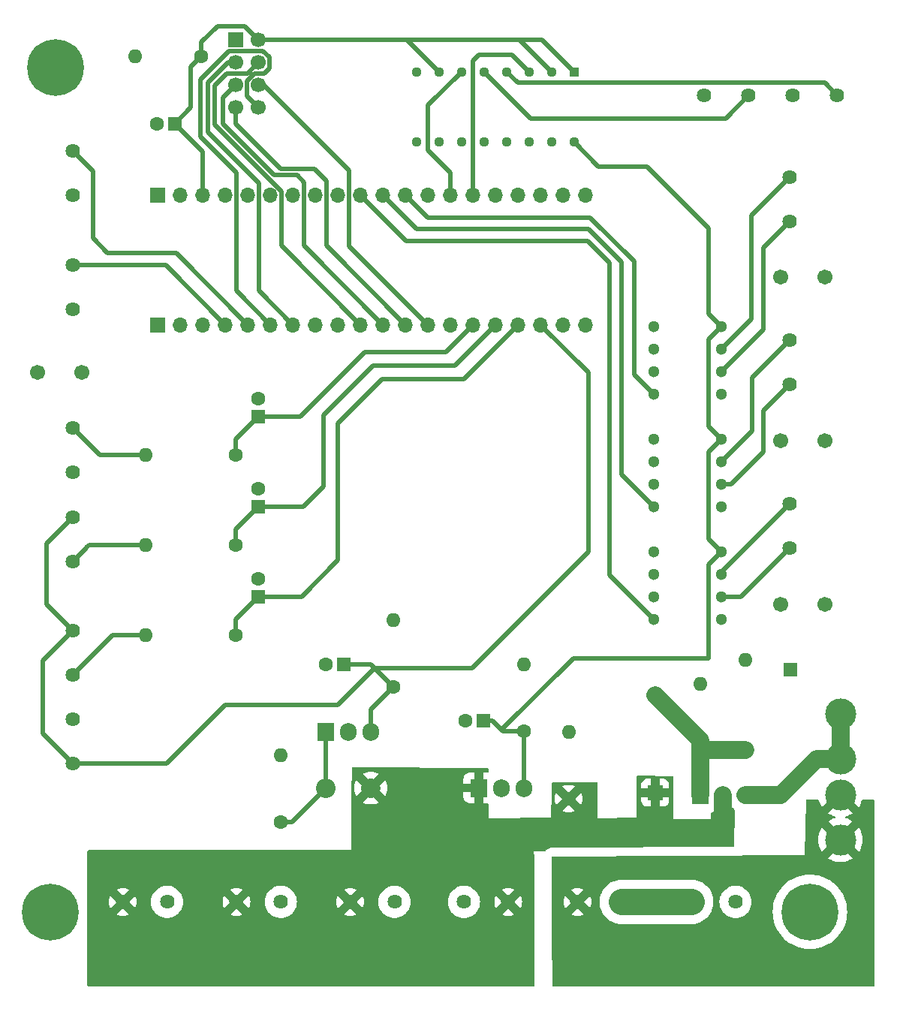
<source format=gbr>
%TF.GenerationSoftware,KiCad,Pcbnew,7.0.9*%
%TF.CreationDate,2024-01-05T18:10:49+02:00*%
%TF.ProjectId,kikad_project,6b696b61-645f-4707-926f-6a6563742e6b,rev?*%
%TF.SameCoordinates,Original*%
%TF.FileFunction,Copper,L1,Top*%
%TF.FilePolarity,Positive*%
%FSLAX46Y46*%
G04 Gerber Fmt 4.6, Leading zero omitted, Abs format (unit mm)*
G04 Created by KiCad (PCBNEW 7.0.9) date 2024-01-05 18:10:49*
%MOMM*%
%LPD*%
G01*
G04 APERTURE LIST*
%TA.AperFunction,ComponentPad*%
%ADD10C,1.300000*%
%TD*%
%TA.AperFunction,ComponentPad*%
%ADD11C,1.625600*%
%TD*%
%TA.AperFunction,ComponentPad*%
%ADD12R,1.651000X1.651000*%
%TD*%
%TA.AperFunction,ComponentPad*%
%ADD13C,1.651000*%
%TD*%
%TA.AperFunction,ComponentPad*%
%ADD14R,1.905000X2.000000*%
%TD*%
%TA.AperFunction,ComponentPad*%
%ADD15O,1.905000X2.000000*%
%TD*%
%TA.AperFunction,ComponentPad*%
%ADD16C,1.600000*%
%TD*%
%TA.AperFunction,ComponentPad*%
%ADD17O,1.600000X1.600000*%
%TD*%
%TA.AperFunction,ComponentPad*%
%ADD18C,1.701800*%
%TD*%
%TA.AperFunction,ComponentPad*%
%ADD19C,1.650000*%
%TD*%
%TA.AperFunction,ComponentPad*%
%ADD20R,1.650000X1.650000*%
%TD*%
%TA.AperFunction,ComponentPad*%
%ADD21O,1.700000X1.700000*%
%TD*%
%TA.AperFunction,ComponentPad*%
%ADD22R,1.700000X1.700000*%
%TD*%
%TA.AperFunction,ComponentPad*%
%ADD23R,1.600000X1.600000*%
%TD*%
%TA.AperFunction,ComponentPad*%
%ADD24C,6.400000*%
%TD*%
%TA.AperFunction,ComponentPad*%
%ADD25C,2.200000*%
%TD*%
%TA.AperFunction,ComponentPad*%
%ADD26O,2.200000X2.200000*%
%TD*%
%TA.AperFunction,ComponentPad*%
%ADD27C,3.500000*%
%TD*%
%TA.AperFunction,ComponentPad*%
%ADD28R,1.130000X1.130000*%
%TD*%
%TA.AperFunction,ComponentPad*%
%ADD29C,1.130000*%
%TD*%
%TA.AperFunction,ComponentPad*%
%ADD30C,1.700000*%
%TD*%
%TA.AperFunction,Conductor*%
%ADD31C,0.500000*%
%TD*%
%TA.AperFunction,Conductor*%
%ADD32C,2.000000*%
%TD*%
%TA.AperFunction,Conductor*%
%ADD33C,0.250000*%
%TD*%
%TA.AperFunction,Conductor*%
%ADD34C,3.000000*%
%TD*%
G04 APERTURE END LIST*
D10*
%TO.P,IC1,1,VF1+*%
%TO.N,DISK_PWM*%
X75090000Y-35600000D03*
%TO.P,IC1,2,VF1-*%
%TO.N,GND*%
X75090000Y-38140000D03*
%TO.P,IC1,3,VF2-*%
X75090000Y-40680000D03*
%TO.P,IC1,4,VF2+*%
%TO.N,DISK_DIR*%
X75090000Y-43220000D03*
%TO.P,IC1,5,GND*%
%TO.N,GND*%
X82710000Y-43220000D03*
%TO.P,IC1,6,V02*%
%TO.N,Net-(IC1-V02)*%
X82710000Y-40680000D03*
%TO.P,IC1,7,V01*%
%TO.N,Net-(IC1-V01)*%
X82710000Y-38140000D03*
%TO.P,IC1,8,Vcc*%
%TO.N,+5V*%
X82710000Y-35600000D03*
%TD*%
D11*
%TO.P,J9,1,1*%
%TO.N,+24V*%
X28034900Y-100480001D03*
%TO.P,J9,2,2*%
%TO.N,GND*%
X33034900Y-100480001D03*
%TD*%
%TO.P,J7,1,1*%
%TO.N,Net-(IC2-V02)*%
X90420001Y-42135101D03*
%TO.P,J7,2,2*%
%TO.N,Net-(IC2-V01)*%
X90420001Y-37135101D03*
%TD*%
D10*
%TO.P,IC3,1,VF1+*%
%TO.N,WHEEL_RIGHT_PWM*%
X75090000Y-61000000D03*
%TO.P,IC3,2,VF1-*%
%TO.N,GND*%
X75090000Y-63540000D03*
%TO.P,IC3,3,VF2-*%
X75090000Y-66080000D03*
%TO.P,IC3,4,VF2+*%
%TO.N,WHEEL_RIGHT_DIR*%
X75090000Y-68620000D03*
%TO.P,IC3,5,GND*%
%TO.N,GND*%
X82710000Y-68620000D03*
%TO.P,IC3,6,V02*%
%TO.N,Net-(IC3-V02)*%
X82710000Y-66080000D03*
%TO.P,IC3,7,V01*%
%TO.N,Net-(IC3-V01)*%
X82710000Y-63540000D03*
%TO.P,IC3,8,Vcc*%
%TO.N,+5V*%
X82710000Y-61000000D03*
%TD*%
D12*
%TO.P,D1,1*%
%TO.N,+24V*%
X75260000Y-88160600D03*
D13*
%TO.P,D1,2*%
%TO.N,Net-(Q2-G)*%
X75260000Y-77162400D03*
%TD*%
D11*
%TO.P,J16,1,1*%
%TO.N,Net-(IC3-V02)*%
X90420001Y-60575101D03*
%TO.P,J16,2,2*%
%TO.N,Net-(IC3-V01)*%
X90420001Y-55575101D03*
%TD*%
%TO.P,J11,1,1*%
%TO.N,Net-(J11-Pad1)*%
X9600000Y-47060000D03*
%TO.P,J11,2,2*%
%TO.N,GND*%
X9600000Y-52060000D03*
%TO.P,J11,3,3*%
%TO.N,VCC*%
X9600000Y-57060000D03*
%TO.P,J11,4,4*%
%TO.N,Net-(J11-Pad4)*%
X9600000Y-62060001D03*
%TD*%
D14*
%TO.P,U4,1,IN*%
%TO.N,+24V*%
X55340000Y-87630000D03*
D15*
%TO.P,U4,2,GND*%
%TO.N,GND*%
X57880000Y-87630000D03*
%TO.P,U4,3,OUT*%
%TO.N,+5V*%
X60420000Y-87630000D03*
%TD*%
D16*
%TO.P,C6,1*%
%TO.N,+5V*%
X60420000Y-81220000D03*
D17*
%TO.P,C6,2*%
%TO.N,GND*%
X60420000Y-73720000D03*
%TD*%
D18*
%TO.P,J17,1,1*%
%TO.N,GND*%
X89420000Y-66890000D03*
%TO.P,J17,2,2*%
X94420000Y-66890000D03*
%TD*%
D19*
%TO.P,D3,A*%
%TO.N,Net-(Q2-S)*%
X90500000Y-87320000D03*
D20*
%TO.P,D3,C*%
%TO.N,GND*%
X90500000Y-74320000D03*
%TD*%
D16*
%TO.P,C9,1*%
%TO.N,+3.3V*%
X24070000Y-5080000D03*
D17*
%TO.P,C9,2*%
%TO.N,GND*%
X16570000Y-5080000D03*
%TD*%
D21*
%TO.P,U2,1,VBAT*%
%TO.N,unconnected-(U2-VBAT-Pad1)*%
X67430000Y-20810000D03*
%TO.P,U2,2,PC13*%
%TO.N,unconnected-(U2-PC13-Pad2)*%
X64890000Y-20810000D03*
%TO.P,U2,3,PC14*%
%TO.N,unconnected-(U2-PC14-Pad3)*%
X62350000Y-20810000D03*
%TO.P,U2,3v,3V3*%
%TO.N,+3.3V*%
X67430000Y-35385000D03*
X24250000Y-20810000D03*
%TO.P,U2,4,PC15*%
%TO.N,unconnected-(U2-PC15-Pad4)*%
X59810000Y-20810000D03*
%TO.P,U2,5v,5V*%
%TO.N,VCC*%
X62350000Y-35385000D03*
%TO.P,U2,7,NRST*%
%TO.N,unconnected-(U2-NRST-Pad7)*%
X26790000Y-20810000D03*
%TO.P,U2,10,PA0*%
%TO.N,unconnected-(U2-PA0-Pad10)*%
X57270000Y-20810000D03*
%TO.P,U2,11,PA1*%
%TO.N,HAND_PWM*%
X54730000Y-20810000D03*
%TO.P,U2,12,PA2*%
%TO.N,HAND_DIR*%
X52190000Y-20810000D03*
%TO.P,U2,13,PA3*%
%TO.N,unconnected-(U2-PA3-Pad13)*%
X49650000Y-20810000D03*
%TO.P,U2,14,PA4*%
%TO.N,DISK_DIR*%
X47110000Y-20810000D03*
%TO.P,U2,15,PA5*%
%TO.N,WHEEL_LEFT_DIR*%
X44570000Y-20810000D03*
%TO.P,U2,16,PA6*%
%TO.N,WHEEL_RIGHT_DIR*%
X42030000Y-20810000D03*
%TO.P,U2,17,PA7*%
%TO.N,DISK_PWM*%
X39490000Y-20810000D03*
%TO.P,U2,18,PB0*%
%TO.N,WHEEL_LEFT_PWM*%
X36950000Y-20810000D03*
%TO.P,U2,19,PB1*%
%TO.N,WHEEL_RIGHT_PWM*%
X34410000Y-20810000D03*
%TO.P,U2,21,PB10*%
%TO.N,unconnected-(U2-PB10-Pad21)*%
X31870000Y-20810000D03*
%TO.P,U2,22,PB11*%
%TO.N,unconnected-(U2-PB11-Pad22)*%
X29330000Y-20810000D03*
D22*
%TO.P,U2,25,PB12*%
%TO.N,unconnected-(U2-PB12-Pad25)*%
X19170000Y-35385000D03*
D21*
%TO.P,U2,26,PB13*%
%TO.N,unconnected-(U2-PB13-Pad26)*%
X21710000Y-35385000D03*
%TO.P,U2,27,PB14*%
%TO.N,unconnected-(U2-PB14-Pad27)*%
X24250000Y-35385000D03*
%TO.P,U2,28,PB15*%
%TO.N,HAND_END_RIGHT*%
X26790000Y-35385000D03*
%TO.P,U2,29,PA8*%
%TO.N,HAND_END_LEFT*%
X29330000Y-35385000D03*
%TO.P,U2,30,PA9*%
%TO.N,PA9*%
X31870000Y-35385000D03*
%TO.P,U2,31,PA10*%
%TO.N,PA10*%
X34410000Y-35385000D03*
%TO.P,U2,32,PA11*%
%TO.N,unconnected-(U2-PA11-Pad32)*%
X36950000Y-35385000D03*
%TO.P,U2,33,PA12*%
%TO.N,unconnected-(U2-PA12-Pad33)*%
X39490000Y-35385000D03*
%TO.P,U2,38,PA15*%
%TO.N,PA15*%
X42030000Y-35385000D03*
%TO.P,U2,39,PB3*%
%TO.N,PB3*%
X44570000Y-35385000D03*
%TO.P,U2,40,PB4*%
%TO.N,PB4*%
X47110000Y-35385000D03*
%TO.P,U2,41,PB5*%
%TO.N,PB5*%
X49650000Y-35385000D03*
%TO.P,U2,42,PB6*%
%TO.N,unconnected-(U2-PB6-Pad42)*%
X52190000Y-35385000D03*
%TO.P,U2,43,PB7*%
%TO.N,OPT_END_WHEEL_RIGHT*%
X54730000Y-35385000D03*
%TO.P,U2,45,PB8*%
%TO.N,OPT_END_WHEEL_LEFT*%
X57270000Y-35385000D03*
%TO.P,U2,46,PB9*%
%TO.N,OPT_END_DISK*%
X59810000Y-35385000D03*
%TO.P,U2,G,GND*%
%TO.N,GND*%
X64890000Y-35385000D03*
D22*
X19170000Y-20810000D03*
D21*
X21710000Y-20810000D03*
%TD*%
D23*
%TO.P,C12,1*%
%TO.N,OPT_END_WHEEL_LEFT*%
X30480000Y-55880000D03*
D16*
%TO.P,C12,2*%
%TO.N,GND*%
X30480000Y-53880000D03*
%TD*%
%TO.P,C4,1*%
%TO.N,+24V*%
X65500000Y-88840000D03*
D17*
%TO.P,C4,2*%
%TO.N,GND*%
X65500000Y-81340000D03*
%TD*%
D11*
%TO.P,J10,1,1*%
%TO.N,VCC*%
X9600000Y-69870000D03*
%TO.P,J10,2,2*%
%TO.N,Net-(J10-Pad2)*%
X9600000Y-74870000D03*
%TO.P,J10,3,3*%
%TO.N,GND*%
X9600000Y-79870000D03*
%TO.P,J10,4,4*%
%TO.N,VCC*%
X9600000Y-84870001D03*
%TD*%
%TO.P,J6,1,1*%
%TO.N,+24V*%
X15214900Y-100480001D03*
%TO.P,J6,2,2*%
%TO.N,GND*%
X20214900Y-100480001D03*
%TD*%
%TO.P,J2,1,1*%
%TO.N,Net-(U12-E)*%
X95790000Y-9510000D03*
%TO.P,J2,2,2*%
%TO.N,GND*%
X90790000Y-9510000D03*
%TO.P,J2,3,3*%
%TO.N,Net-(U12-F)*%
X85790000Y-9510000D03*
%TO.P,J2,4,4*%
%TO.N,GND*%
X80789999Y-9510000D03*
%TD*%
%TO.P,J14,1,1*%
%TO.N,HAND_END_RIGHT*%
X9600000Y-28640000D03*
%TO.P,J14,2,2*%
%TO.N,GND*%
X9600000Y-33640000D03*
%TD*%
D24*
%TO.P,H2,1,1*%
%TO.N,GND*%
X7620000Y-6350000D03*
%TD*%
D16*
%TO.P,C2,1*%
%TO.N,VCC*%
X45720000Y-76200000D03*
D17*
%TO.P,C2,2*%
%TO.N,GND*%
X45720000Y-68700000D03*
%TD*%
D25*
%TO.P,L1,1,1*%
%TO.N,+24V*%
X43180000Y-87630000D03*
D26*
%TO.P,L1,2,2*%
%TO.N,Net-(U3-IN)*%
X38100000Y-87630000D03*
%TD*%
D14*
%TO.P,U3,1,IN*%
%TO.N,Net-(U3-IN)*%
X38100000Y-81280000D03*
D15*
%TO.P,U3,2,GND*%
%TO.N,GND*%
X40640000Y-81280000D03*
%TO.P,U3,3,OUT*%
%TO.N,VCC*%
X43180000Y-81280000D03*
%TD*%
D16*
%TO.P,R3,1*%
%TO.N,OPT_END_WHEEL_RIGHT*%
X27940000Y-50070000D03*
D17*
%TO.P,R3,2*%
%TO.N,Net-(J11-Pad1)*%
X17780000Y-50070000D03*
%TD*%
D11*
%TO.P,J1,1,1*%
%TO.N,Net-(J1-Pad1)*%
X79324900Y-100480001D03*
%TO.P,J1,2,2*%
%TO.N,GND*%
X84324900Y-100480001D03*
%TD*%
D16*
%TO.P,C3,1*%
%TO.N,Net-(U3-IN)*%
X33020000Y-91440000D03*
D17*
%TO.P,C3,2*%
%TO.N,GND*%
X33020000Y-83940000D03*
%TD*%
D18*
%TO.P,J8,1,1*%
%TO.N,GND*%
X89420000Y-48450000D03*
%TO.P,J8,2,2*%
X94420000Y-48450000D03*
%TD*%
D11*
%TO.P,J3,1,1*%
%TO.N,GND*%
X53684900Y-100480001D03*
%TO.P,J3,2,2*%
%TO.N,+24V*%
X58684900Y-100480001D03*
%TD*%
D23*
%TO.P,C1,1*%
%TO.N,VCC*%
X40100000Y-73660000D03*
D16*
%TO.P,C1,2*%
%TO.N,GND*%
X38100000Y-73660000D03*
%TD*%
D24*
%TO.P,H1,1,1*%
%TO.N,GND*%
X7000000Y-101600000D03*
%TD*%
D11*
%TO.P,J15,1,1*%
%TO.N,/BAT_SW*%
X66494900Y-100480001D03*
%TO.P,J15,2,2*%
%TO.N,Net-(J1-Pad1)*%
X71494900Y-100480001D03*
%TD*%
D23*
%TO.P,C11,1*%
%TO.N,OPT_END_WHEEL_RIGHT*%
X30480000Y-45720000D03*
D16*
%TO.P,C11,2*%
%TO.N,GND*%
X30480000Y-43720000D03*
%TD*%
%TO.P,R1,1*%
%TO.N,Net-(Q2-G)*%
X85420000Y-83360000D03*
D17*
%TO.P,R1,2*%
%TO.N,GND*%
X85420000Y-73200000D03*
%TD*%
D14*
%TO.P,Q2,1,G*%
%TO.N,Net-(Q2-G)*%
X80340000Y-88440000D03*
D15*
%TO.P,Q2,2,D*%
%TO.N,+24V*%
X82880000Y-88440000D03*
%TO.P,Q2,3,S*%
%TO.N,Net-(Q2-S)*%
X85420000Y-88440000D03*
%TD*%
D11*
%TO.P,J4,1,1*%
%TO.N,Net-(IC1-V02)*%
X90420001Y-23705101D03*
%TO.P,J4,2,2*%
%TO.N,Net-(IC1-V01)*%
X90420001Y-18705101D03*
%TD*%
D23*
%TO.P,C5,1*%
%TO.N,+5V*%
X55880000Y-80010000D03*
D16*
%TO.P,C5,2*%
%TO.N,GND*%
X53880000Y-80010000D03*
%TD*%
D23*
%TO.P,C8,1*%
%TO.N,+3.3V*%
X21050000Y-12700000D03*
D16*
%TO.P,C8,2*%
%TO.N,GND*%
X19050000Y-12700000D03*
%TD*%
D24*
%TO.P,H3,1,1*%
%TO.N,GND*%
X92710000Y-101600000D03*
%TD*%
D16*
%TO.P,C7,1*%
%TO.N,Net-(Q2-G)*%
X80340000Y-83360000D03*
D17*
%TO.P,C7,2*%
%TO.N,GND*%
X80340000Y-75860000D03*
%TD*%
D18*
%TO.P,J12,1,1*%
%TO.N,GND*%
X10600001Y-40749999D03*
%TO.P,J12,2,2*%
X5600001Y-40749999D03*
%TD*%
D27*
%TO.P,X1,1A*%
%TO.N,/BAT_SW*%
X96150000Y-93470000D03*
%TO.P,X1,1B*%
X96150000Y-88390000D03*
%TO.P,X1,2A*%
%TO.N,Net-(Q2-S)*%
X96150000Y-84330000D03*
%TO.P,X1,2B*%
X96150000Y-79250000D03*
%TD*%
D28*
%TO.P,U12,1,VCC*%
%TO.N,+3.3V*%
X66100000Y-6860000D03*
D29*
%TO.P,U12,2,EN_A*%
X63560000Y-6860000D03*
%TO.P,U12,3,A*%
%TO.N,HAND_PWM*%
X61020000Y-6860000D03*
%TO.P,U12,4,E*%
%TO.N,Net-(U12-E)*%
X58480000Y-6860000D03*
%TO.P,U12,5,F*%
%TO.N,Net-(U12-F)*%
X55940000Y-6860000D03*
%TO.P,U12,6,B*%
%TO.N,HAND_DIR*%
X53400000Y-6860000D03*
%TO.P,U12,7,EN_B*%
%TO.N,+3.3V*%
X50860000Y-6860000D03*
%TO.P,U12,8,VSS*%
%TO.N,GND*%
X48320000Y-6860000D03*
%TO.P,U12,9,EN_C*%
%TO.N,unconnected-(U12-EN_C-Pad9)*%
X48320000Y-14800000D03*
%TO.P,U12,10,C*%
%TO.N,unconnected-(U12-C-Pad10)*%
X50860000Y-14800000D03*
%TO.P,U12,11,G*%
%TO.N,unconnected-(U12-G-Pad11)*%
X53400000Y-14800000D03*
%TO.P,U12,12*%
%TO.N,N/C*%
X55940000Y-14800000D03*
%TO.P,U12,13,H*%
%TO.N,unconnected-(U12-H-Pad13)*%
X58480000Y-14800000D03*
%TO.P,U12,14,D*%
%TO.N,unconnected-(U12-D-Pad14)*%
X61020000Y-14800000D03*
%TO.P,U12,15,EN_D*%
%TO.N,unconnected-(U12-EN_D-Pad15)*%
X63560000Y-14800000D03*
%TO.P,U12,16,VDD*%
%TO.N,+5V*%
X66100000Y-14800000D03*
%TD*%
D18*
%TO.P,J5,1,1*%
%TO.N,GND*%
X89420000Y-30010000D03*
%TO.P,J5,2,2*%
X94420000Y-30010000D03*
%TD*%
D11*
%TO.P,J13,1,1*%
%TO.N,HAND_END_LEFT*%
X9600000Y-15820000D03*
%TO.P,J13,2,2*%
%TO.N,GND*%
X9600000Y-20820000D03*
%TD*%
D10*
%TO.P,IC2,1,VF1+*%
%TO.N,WHEEL_LEFT_PWM*%
X75090000Y-48300000D03*
%TO.P,IC2,2,VF1-*%
%TO.N,GND*%
X75090000Y-50840000D03*
%TO.P,IC2,3,VF2-*%
X75090000Y-53380000D03*
%TO.P,IC2,4,VF2+*%
%TO.N,WHEEL_LEFT_DIR*%
X75090000Y-55920000D03*
%TO.P,IC2,5,GND*%
%TO.N,GND*%
X82710000Y-55920000D03*
%TO.P,IC2,6,V02*%
%TO.N,Net-(IC2-V02)*%
X82710000Y-53380000D03*
%TO.P,IC2,7,V01*%
%TO.N,Net-(IC2-V01)*%
X82710000Y-50840000D03*
%TO.P,IC2,8,Vcc*%
%TO.N,+5V*%
X82710000Y-48300000D03*
%TD*%
D11*
%TO.P,J18,1,1*%
%TO.N,+24V*%
X40854900Y-100480001D03*
%TO.P,J18,2,2*%
%TO.N,GND*%
X45854900Y-100480001D03*
%TD*%
D16*
%TO.P,R2,1*%
%TO.N,OPT_END_DISK*%
X27940000Y-70390000D03*
D17*
%TO.P,R2,2*%
%TO.N,Net-(J10-Pad2)*%
X17780000Y-70390000D03*
%TD*%
D23*
%TO.P,C10,1*%
%TO.N,OPT_END_DISK*%
X30480000Y-66040000D03*
D16*
%TO.P,C10,2*%
%TO.N,GND*%
X30480000Y-64040000D03*
%TD*%
D22*
%TO.P,U1,1,GND*%
%TO.N,GND*%
X27940000Y-3265000D03*
D30*
%TO.P,U1,2,VCC*%
%TO.N,+3.3V*%
X30480000Y-3265000D03*
%TO.P,U1,3,CE*%
%TO.N,PA10*%
X27940000Y-5805000D03*
%TO.P,U1,4,~{CSN}*%
%TO.N,PA15*%
X30480000Y-5805000D03*
%TO.P,U1,5,SCK*%
%TO.N,PB3*%
X27940000Y-8345000D03*
%TO.P,U1,6,MOSI*%
%TO.N,PB5*%
X30480000Y-8345000D03*
%TO.P,U1,7,MISO*%
%TO.N,PB4*%
X27940000Y-10885000D03*
%TO.P,U1,8,IRQ*%
%TO.N,PA9*%
X30480000Y-10885000D03*
%TD*%
D16*
%TO.P,R4,1*%
%TO.N,OPT_END_WHEEL_LEFT*%
X27940000Y-60230000D03*
D17*
%TO.P,R4,2*%
%TO.N,Net-(J11-Pad4)*%
X17780000Y-60230000D03*
%TD*%
D31*
%TO.N,DISK_DIR*%
X75090000Y-43220000D02*
X72860000Y-40990000D01*
X72860000Y-40990000D02*
X72860000Y-28220000D01*
X72860000Y-28220000D02*
X67940000Y-23300000D01*
X67940000Y-23300000D02*
X49600000Y-23300000D01*
X49600000Y-23300000D02*
X47110000Y-20810000D01*
%TO.N,WHEEL_LEFT_DIR*%
X75090000Y-55920000D02*
X71450000Y-52280000D01*
X71450000Y-28340000D02*
X67700000Y-24590000D01*
X71450000Y-52280000D02*
X71450000Y-28340000D01*
X67700000Y-24590000D02*
X48350000Y-24590000D01*
X48350000Y-24590000D02*
X44570000Y-20810000D01*
%TO.N,WHEEL_RIGHT_DIR*%
X75090000Y-68620000D02*
X70090000Y-63620000D01*
X70090000Y-63620000D02*
X70090000Y-28400000D01*
X70090000Y-28400000D02*
X67660000Y-25970000D01*
X67660000Y-25970000D02*
X47190000Y-25970000D01*
X47190000Y-25970000D02*
X42030000Y-20810000D01*
%TO.N,VCC*%
X67710000Y-51330000D02*
X67710000Y-60990000D01*
X43615000Y-74095000D02*
X54605000Y-74095000D01*
X20149999Y-84870001D02*
X26740000Y-78280000D01*
X43180000Y-73660000D02*
X40100000Y-73660000D01*
X6630000Y-66900000D02*
X9600000Y-69870000D01*
X9600000Y-84870001D02*
X20149999Y-84870001D01*
X9600000Y-69870000D02*
X6180000Y-73290000D01*
X67710000Y-60990000D02*
X67700000Y-61000000D01*
X54605000Y-74095000D02*
X67700000Y-61000000D01*
X6180000Y-81450001D02*
X9600000Y-84870001D01*
X6180000Y-73290000D02*
X6180000Y-81450001D01*
X43180000Y-78740000D02*
X45720000Y-76200000D01*
X67710000Y-51330000D02*
X67710000Y-40745000D01*
X39430000Y-78280000D02*
X43615000Y-74095000D01*
X43615000Y-74095000D02*
X43180000Y-73660000D01*
X26740000Y-78280000D02*
X39430000Y-78280000D01*
X67710000Y-40745000D02*
X62350000Y-35385000D01*
X43180000Y-81280000D02*
X43180000Y-78740000D01*
X45720000Y-76200000D02*
X43615000Y-74095000D01*
X6630000Y-60030000D02*
X6630000Y-66900000D01*
X9600000Y-57060000D02*
X6630000Y-60030000D01*
%TO.N,Net-(U3-IN)*%
X34290000Y-91440000D02*
X33020000Y-91440000D01*
X38100000Y-87630000D02*
X34290000Y-91440000D01*
X38100000Y-87630000D02*
X38100000Y-81280000D01*
D32*
%TO.N,+24V*%
X82880000Y-88440000D02*
X82880000Y-90470000D01*
D31*
%TO.N,+5V*%
X81280000Y-46290000D02*
X81280000Y-37030000D01*
X74330000Y-17550000D02*
X81280000Y-24500000D01*
X81280000Y-49730000D02*
X82710000Y-48300000D01*
X68850000Y-17550000D02*
X74330000Y-17550000D01*
X66100000Y-14800000D02*
X68850000Y-17550000D01*
X81280000Y-59570000D02*
X81280000Y-59290000D01*
X58120000Y-81220000D02*
X60420000Y-81220000D01*
X81280000Y-46870000D02*
X81280000Y-46290000D01*
X81280000Y-37030000D02*
X82710000Y-35600000D01*
X82710000Y-35600000D02*
X81280000Y-34170000D01*
X57950000Y-81050000D02*
X58120000Y-81220000D01*
X66000000Y-73000000D02*
X81280000Y-73000000D01*
X56910000Y-80010000D02*
X57950000Y-81050000D01*
X81280000Y-73000000D02*
X81280000Y-62430000D01*
X81280000Y-62430000D02*
X82710000Y-61000000D01*
X81280000Y-24500000D02*
X81280000Y-33400000D01*
X81280000Y-34170000D02*
X81280000Y-33400000D01*
X82710000Y-61000000D02*
X81280000Y-59570000D01*
X55880000Y-80010000D02*
X56910000Y-80010000D01*
X82710000Y-48300000D02*
X81280000Y-46870000D01*
X81280000Y-59290000D02*
X81280000Y-49730000D01*
X60420000Y-87630000D02*
X60420000Y-81220000D01*
X57950000Y-81050000D02*
X66000000Y-73000000D01*
D32*
%TO.N,Net-(Q2-G)*%
X80340000Y-82242400D02*
X80340000Y-83360000D01*
X85420000Y-83360000D02*
X80340000Y-83360000D01*
X75260000Y-77162400D02*
X80340000Y-82242400D01*
X80340000Y-88440000D02*
X80340000Y-83360000D01*
%TO.N,Net-(Q2-S)*%
X89380000Y-88440000D02*
X85420000Y-88440000D01*
X90500000Y-87320000D02*
X89380000Y-88440000D01*
X93490000Y-84330000D02*
X90500000Y-87320000D01*
X96150000Y-84330000D02*
X93490000Y-84330000D01*
X96150000Y-84330000D02*
X96150000Y-79250000D01*
D31*
%TO.N,PA10*%
X27115000Y-5805000D02*
X24850000Y-8070000D01*
X24850000Y-8070000D02*
X24850000Y-13680000D01*
X30580000Y-31555000D02*
X34410000Y-35385000D01*
X30580000Y-19410000D02*
X30580000Y-31555000D01*
X24850000Y-13680000D02*
X30580000Y-19410000D01*
D33*
X27940000Y-5805000D02*
X27115000Y-5805000D01*
D31*
%TO.N,PA15*%
X25590000Y-8400000D02*
X25590000Y-12790000D01*
X30480000Y-5805000D02*
X29255000Y-7030000D01*
X33130000Y-20330000D02*
X33130000Y-26485000D01*
X26960000Y-7030000D02*
X25590000Y-8400000D01*
X29255000Y-7030000D02*
X26960000Y-7030000D01*
X25590000Y-12790000D02*
X33130000Y-20330000D01*
X33130000Y-26485000D02*
X42030000Y-35385000D01*
%TO.N,PB3*%
X27940000Y-8345000D02*
X26500000Y-9785000D01*
X35670000Y-19310000D02*
X35670000Y-26485000D01*
X26500000Y-12720000D02*
X32300000Y-18520000D01*
X32300000Y-18520000D02*
X34880000Y-18520000D01*
X26500000Y-9785000D02*
X26500000Y-12720000D01*
X35670000Y-26485000D02*
X44570000Y-35385000D01*
X34880000Y-18520000D02*
X35670000Y-19310000D01*
%TO.N,PB5*%
X40760000Y-26495000D02*
X49650000Y-35385000D01*
X40760000Y-18010000D02*
X40760000Y-26495000D01*
D33*
X30480000Y-8345000D02*
X31095000Y-8345000D01*
D31*
X31095000Y-8345000D02*
X40760000Y-18010000D01*
%TO.N,PB4*%
X33020000Y-17780000D02*
X36830000Y-17780000D01*
X38210000Y-26485000D02*
X47110000Y-35385000D01*
X27940000Y-10885000D02*
X27940000Y-12700000D01*
X27940000Y-12700000D02*
X33020000Y-17780000D01*
X36830000Y-17780000D02*
X38210000Y-19160000D01*
X38210000Y-19160000D02*
X38210000Y-26485000D01*
%TO.N,PA9*%
X31720000Y-6500000D02*
X31720000Y-5240000D01*
X31720000Y-5240000D02*
X30990000Y-4510000D01*
X30480000Y-10885000D02*
X29210000Y-9615000D01*
X23960000Y-7700000D02*
X23960000Y-14200000D01*
X23960000Y-14200000D02*
X28030000Y-18270000D01*
X30990000Y-4510000D02*
X27150000Y-4510000D01*
X27150000Y-4510000D02*
X23960000Y-7700000D01*
X28030000Y-18270000D02*
X28030000Y-31545000D01*
X30030000Y-7070000D02*
X31150000Y-7070000D01*
X31150000Y-7070000D02*
X31720000Y-6500000D01*
X28030000Y-31545000D02*
X31870000Y-35385000D01*
X29210000Y-9615000D02*
X29210000Y-7890000D01*
X29210000Y-7890000D02*
X30030000Y-7070000D01*
%TO.N,Net-(J10-Pad2)*%
X17780000Y-70390000D02*
X14080000Y-70390000D01*
X14080000Y-70390000D02*
X9600000Y-74870000D01*
%TO.N,Net-(J11-Pad1)*%
X9600000Y-47060000D02*
X12610000Y-50070000D01*
X12610000Y-50070000D02*
X17780000Y-50070000D01*
%TO.N,Net-(J11-Pad4)*%
X9600000Y-62060001D02*
X11130000Y-60530001D01*
X11130000Y-60530001D02*
X11130000Y-60520000D01*
X11420000Y-60230000D02*
X17780000Y-60230000D01*
X11130000Y-60520000D02*
X11420000Y-60230000D01*
%TO.N,HAND_END_LEFT*%
X9600000Y-15820000D02*
X11820000Y-18040000D01*
X21215000Y-27270000D02*
X29330000Y-35385000D01*
X11820000Y-18040000D02*
X11820000Y-25600000D01*
X11820000Y-25600000D02*
X13490000Y-27270000D01*
X13490000Y-27270000D02*
X21215000Y-27270000D01*
%TO.N,HAND_END_RIGHT*%
X20045000Y-28640000D02*
X26790000Y-35385000D01*
X9600000Y-28640000D02*
X20045000Y-28640000D01*
%TO.N,OPT_END_WHEEL_LEFT*%
X52625000Y-40030000D02*
X57270000Y-35385000D01*
X35580000Y-55880000D02*
X37850000Y-53610000D01*
X27940000Y-60230000D02*
X27940000Y-58420000D01*
X43440000Y-40030000D02*
X52625000Y-40030000D01*
X37850000Y-45620000D02*
X43440000Y-40030000D01*
X27940000Y-58420000D02*
X30480000Y-55880000D01*
X30480000Y-55880000D02*
X35580000Y-55880000D01*
X37850000Y-53610000D02*
X37850000Y-45620000D01*
%TO.N,OPT_END_WHEEL_RIGHT*%
X27940000Y-48260000D02*
X30480000Y-45720000D01*
X51645000Y-38470000D02*
X54730000Y-35385000D01*
X35230000Y-45720000D02*
X42480000Y-38470000D01*
X30480000Y-45720000D02*
X35230000Y-45720000D01*
X27940000Y-50070000D02*
X27940000Y-48260000D01*
X42480000Y-38470000D02*
X51645000Y-38470000D01*
%TO.N,OPT_END_DISK*%
X35370000Y-66040000D02*
X39470000Y-61940000D01*
X27940000Y-70390000D02*
X27940000Y-68580000D01*
X39470000Y-61940000D02*
X39470000Y-46510000D01*
X27940000Y-68580000D02*
X30480000Y-66040000D01*
X30480000Y-66040000D02*
X35370000Y-66040000D01*
X39470000Y-46510000D02*
X44450000Y-41530000D01*
X44450000Y-41530000D02*
X53665000Y-41530000D01*
X53665000Y-41530000D02*
X59810000Y-35385000D01*
%TO.N,Net-(IC1-V01)*%
X86080000Y-23045102D02*
X86080000Y-34770000D01*
X86080000Y-34770000D02*
X82710000Y-38140000D01*
X90420001Y-18705101D02*
X86080000Y-23045102D01*
%TO.N,Net-(IC1-V02)*%
X87460000Y-35930000D02*
X82710000Y-40680000D01*
X90420001Y-23705101D02*
X87460000Y-26665102D01*
X87460000Y-26665102D02*
X87460000Y-35930000D01*
%TO.N,Net-(IC2-V01)*%
X86160000Y-47390000D02*
X82710000Y-50840000D01*
X86160000Y-41395102D02*
X86160000Y-47390000D01*
X90420001Y-37135101D02*
X86160000Y-41395102D01*
%TO.N,Net-(IC2-V02)*%
X83780000Y-53380000D02*
X82710000Y-53380000D01*
X87460000Y-45095102D02*
X87460000Y-49700000D01*
X90420001Y-42135101D02*
X87460000Y-45095102D01*
X87460000Y-49700000D02*
X83780000Y-53380000D01*
D33*
%TO.N,Net-(IC3-V01)*%
X90430001Y-55819999D02*
X90430001Y-54948301D01*
D31*
X82710000Y-63285102D02*
X82710000Y-63540000D01*
X90420001Y-55575101D02*
X82710000Y-63285102D01*
%TO.N,Net-(IC3-V02)*%
X90420001Y-60575101D02*
X84915102Y-66080000D01*
X84915102Y-66080000D02*
X82710000Y-66080000D01*
%TO.N,Net-(U12-E)*%
X95790000Y-9510000D02*
X94400000Y-8120000D01*
X58480000Y-6860000D02*
X59740000Y-8120000D01*
X59740000Y-8120000D02*
X94400000Y-8120000D01*
%TO.N,Net-(U12-F)*%
X55940000Y-6860000D02*
X61190000Y-12110000D01*
X61190000Y-12110000D02*
X83190000Y-12110000D01*
X85790000Y-9510000D02*
X83190000Y-12110000D01*
%TO.N,+3.3V*%
X21050000Y-12700000D02*
X22850000Y-10900000D01*
X63560000Y-6860000D02*
X59965000Y-3265000D01*
X28935000Y-1720000D02*
X30480000Y-3265000D01*
X47265000Y-3265000D02*
X30480000Y-3265000D01*
D33*
X24070000Y-5080000D02*
X24520000Y-4630000D01*
D31*
X24250000Y-20810000D02*
X24250000Y-15900000D01*
X66100000Y-6860000D02*
X62505000Y-3265000D01*
X62505000Y-3265000D02*
X59870000Y-3265000D01*
X24250000Y-15900000D02*
X21050000Y-12700000D01*
X50860000Y-6860000D02*
X47265000Y-3265000D01*
X24070000Y-5080000D02*
X24070000Y-3520000D01*
X24070000Y-3520000D02*
X25870000Y-1720000D01*
X59870000Y-3265000D02*
X47265000Y-3265000D01*
X22850000Y-10900000D02*
X22850000Y-6300000D01*
X59965000Y-3265000D02*
X59870000Y-3265000D01*
X25870000Y-1720000D02*
X28935000Y-1720000D01*
X22850000Y-6300000D02*
X24070000Y-5080000D01*
%TO.N,HAND_PWM*%
X55400000Y-4940000D02*
X54730000Y-5610000D01*
X54730000Y-5610000D02*
X54730000Y-20810000D01*
X59100000Y-4940000D02*
X55400000Y-4940000D01*
X61020000Y-6860000D02*
X59100000Y-4940000D01*
%TO.N,HAND_DIR*%
X49610000Y-10650000D02*
X53400000Y-6860000D01*
X49610000Y-15690000D02*
X49610000Y-10650000D01*
X52190000Y-18270000D02*
X49610000Y-15690000D01*
X52190000Y-20810000D02*
X52190000Y-18270000D01*
D34*
%TO.N,Net-(J1-Pad1)*%
X79324900Y-100480001D02*
X71494900Y-100480001D01*
%TD*%
%TA.AperFunction,Conductor*%
%TO.N,+24V*%
G36*
X56346206Y-85399358D02*
G01*
X56413142Y-85419389D01*
X56458623Y-85472430D01*
X56469562Y-85523794D01*
X56468740Y-85756438D01*
X56448819Y-85823408D01*
X56395854Y-85868976D01*
X56344741Y-85880000D01*
X55840000Y-85880000D01*
X55840000Y-87399473D01*
X55793558Y-87309844D01*
X55690362Y-87199348D01*
X55561181Y-87120791D01*
X55415596Y-87080000D01*
X55302378Y-87080000D01*
X55190217Y-87095416D01*
X55051542Y-87155651D01*
X54934261Y-87251066D01*
X54847072Y-87374585D01*
X54796441Y-87517047D01*
X54786123Y-87667886D01*
X54816884Y-87815915D01*
X54886442Y-87950156D01*
X54989638Y-88060652D01*
X55118819Y-88139209D01*
X55264404Y-88180000D01*
X55377622Y-88180000D01*
X55489783Y-88164584D01*
X55628458Y-88104349D01*
X55745739Y-88008934D01*
X55832928Y-87885415D01*
X55840000Y-87865516D01*
X55840000Y-89379999D01*
X56331498Y-89379999D01*
X56398537Y-89399684D01*
X56444292Y-89452488D01*
X56455496Y-89504435D01*
X56450000Y-91060000D01*
X63540000Y-91000000D01*
X63543833Y-90233424D01*
X64813680Y-90233424D01*
X65019547Y-90318697D01*
X65256780Y-90375651D01*
X65256779Y-90375651D01*
X65500000Y-90394792D01*
X65743219Y-90375651D01*
X65980457Y-90318695D01*
X66186318Y-90233424D01*
X65500001Y-89547107D01*
X65500000Y-89547107D01*
X64813680Y-90233424D01*
X63543833Y-90233424D01*
X63550800Y-88840000D01*
X63945207Y-88840000D01*
X63964348Y-89083219D01*
X64021303Y-89320455D01*
X64106574Y-89526318D01*
X64792893Y-88840000D01*
X65095014Y-88840000D01*
X65114835Y-88965148D01*
X65172359Y-89078045D01*
X65261955Y-89167641D01*
X65374852Y-89225165D01*
X65468519Y-89240000D01*
X65531481Y-89240000D01*
X65625148Y-89225165D01*
X65738045Y-89167641D01*
X65827641Y-89078045D01*
X65885165Y-88965148D01*
X65904986Y-88840001D01*
X66207107Y-88840001D01*
X66893424Y-89526318D01*
X66978695Y-89320457D01*
X67035651Y-89083219D01*
X67054792Y-88840000D01*
X67035651Y-88596780D01*
X66978697Y-88359547D01*
X66893424Y-88153680D01*
X66207107Y-88839999D01*
X66207107Y-88840001D01*
X65904986Y-88840001D01*
X65904986Y-88840000D01*
X65885165Y-88714852D01*
X65827641Y-88601955D01*
X65738045Y-88512359D01*
X65625148Y-88454835D01*
X65531481Y-88440000D01*
X65468519Y-88440000D01*
X65374852Y-88454835D01*
X65261955Y-88512359D01*
X65172359Y-88601955D01*
X65114835Y-88714852D01*
X65095014Y-88840000D01*
X64792893Y-88840000D01*
X64792893Y-88839999D01*
X64106574Y-88153680D01*
X64021303Y-88359544D01*
X63964348Y-88596780D01*
X63945207Y-88840000D01*
X63550800Y-88840000D01*
X63557766Y-87446574D01*
X64813680Y-87446574D01*
X65500000Y-88132893D01*
X65500001Y-88132893D01*
X66186318Y-87446574D01*
X65980455Y-87361303D01*
X65743219Y-87304348D01*
X65743220Y-87304348D01*
X65500000Y-87285207D01*
X65256780Y-87304348D01*
X65019544Y-87361303D01*
X64813680Y-87446574D01*
X63557766Y-87446574D01*
X63559387Y-87122433D01*
X63579406Y-87055496D01*
X63632438Y-87010006D01*
X63682432Y-86999060D01*
X68645049Y-86960959D01*
X68712237Y-86980128D01*
X68758396Y-87032579D01*
X68770000Y-87084955D01*
X68770000Y-91060000D01*
X73190000Y-90990000D01*
X73180213Y-88660600D01*
X73684501Y-88660600D01*
X73684501Y-89036086D01*
X73694994Y-89138797D01*
X73750141Y-89305219D01*
X73750143Y-89305224D01*
X73842184Y-89454445D01*
X73966154Y-89578415D01*
X74115375Y-89670456D01*
X74115380Y-89670458D01*
X74281802Y-89725605D01*
X74281809Y-89725606D01*
X74384519Y-89736099D01*
X74759999Y-89736099D01*
X74760000Y-89736098D01*
X74760000Y-88660600D01*
X73684501Y-88660600D01*
X73180213Y-88660600D01*
X73178112Y-88160600D01*
X74683569Y-88160600D01*
X74703210Y-88309791D01*
X74760796Y-88448815D01*
X74852402Y-88568198D01*
X74971785Y-88659804D01*
X75110809Y-88717390D01*
X75222545Y-88732100D01*
X75297455Y-88732100D01*
X75409191Y-88717390D01*
X75546293Y-88660600D01*
X75760000Y-88660600D01*
X75760000Y-89736099D01*
X76135472Y-89736099D01*
X76135486Y-89736098D01*
X76238197Y-89725605D01*
X76404619Y-89670458D01*
X76404624Y-89670456D01*
X76553845Y-89578415D01*
X76677815Y-89454445D01*
X76769856Y-89305224D01*
X76769858Y-89305219D01*
X76825005Y-89138797D01*
X76825006Y-89138790D01*
X76835499Y-89036086D01*
X76835500Y-89036073D01*
X76835500Y-88660600D01*
X75760000Y-88660600D01*
X75546293Y-88660600D01*
X75548215Y-88659804D01*
X75667598Y-88568198D01*
X75759204Y-88448816D01*
X75816790Y-88309791D01*
X75836431Y-88160600D01*
X75816790Y-88011409D01*
X75759204Y-87872385D01*
X75667598Y-87753002D01*
X75548215Y-87661396D01*
X75409191Y-87603810D01*
X75297455Y-87589100D01*
X75222545Y-87589100D01*
X75110809Y-87603810D01*
X74971785Y-87661396D01*
X74852402Y-87753002D01*
X74760796Y-87872384D01*
X74703210Y-88011409D01*
X74683569Y-88160600D01*
X73178112Y-88160600D01*
X73176011Y-87660600D01*
X73684500Y-87660600D01*
X74760000Y-87660600D01*
X74760000Y-86585100D01*
X75760000Y-86585100D01*
X75760000Y-87660600D01*
X76835499Y-87660600D01*
X76835499Y-87285128D01*
X76835498Y-87285113D01*
X76825005Y-87182402D01*
X76769858Y-87015980D01*
X76769856Y-87015975D01*
X76677815Y-86866754D01*
X76553845Y-86742784D01*
X76404624Y-86650743D01*
X76404619Y-86650741D01*
X76238197Y-86595594D01*
X76238190Y-86595593D01*
X76135486Y-86585100D01*
X75760000Y-86585100D01*
X74760000Y-86585100D01*
X74384528Y-86585100D01*
X74384512Y-86585101D01*
X74281802Y-86595594D01*
X74115380Y-86650741D01*
X74115375Y-86650743D01*
X73966154Y-86742784D01*
X73842184Y-86866754D01*
X73750143Y-87015975D01*
X73750141Y-87015980D01*
X73694994Y-87182402D01*
X73694993Y-87182409D01*
X73684500Y-87285113D01*
X73684500Y-87660600D01*
X73176011Y-87660600D01*
X73170528Y-86355725D01*
X73189931Y-86288604D01*
X73242542Y-86242628D01*
X73295718Y-86231211D01*
X77195930Y-86268804D01*
X77262777Y-86289134D01*
X77308021Y-86342376D01*
X77318728Y-86394068D01*
X77269999Y-91149999D01*
X77270000Y-91149998D01*
X77270000Y-91150000D01*
X81510000Y-91140000D01*
X81522911Y-90505698D01*
X81543955Y-90439077D01*
X81597680Y-90394406D01*
X81612767Y-90389011D01*
X81665549Y-90373909D01*
X81845907Y-90279698D01*
X82003609Y-90151109D01*
X82057431Y-90085100D01*
X82115048Y-90045586D01*
X82184886Y-90043494D01*
X82204255Y-90050314D01*
X82302827Y-90094503D01*
X82302828Y-90094504D01*
X82380000Y-90115710D01*
X82380000Y-88670526D01*
X82426442Y-88760156D01*
X82529638Y-88870652D01*
X82658819Y-88949209D01*
X82804404Y-88990000D01*
X82917622Y-88990000D01*
X83029783Y-88974584D01*
X83168458Y-88914349D01*
X83285739Y-88818934D01*
X83372928Y-88695415D01*
X83380000Y-88675516D01*
X83380000Y-90116896D01*
X83578484Y-90045611D01*
X83808151Y-89920722D01*
X83871431Y-89872485D01*
X83936680Y-89847498D01*
X84005079Y-89861754D01*
X84034282Y-89883416D01*
X84106605Y-89955739D01*
X84149427Y-89987795D01*
X84159209Y-89995118D01*
X84201080Y-90051052D01*
X84208891Y-90095699D01*
X84165977Y-94145853D01*
X84145583Y-94212680D01*
X84092298Y-94257873D01*
X84042504Y-94268538D01*
X63669977Y-94353988D01*
X63657602Y-94354115D01*
X63657583Y-94354116D01*
X63455547Y-94378039D01*
X63403898Y-94389546D01*
X63311586Y-94414777D01*
X63311577Y-94414781D01*
X63125464Y-94496952D01*
X62959693Y-94614909D01*
X62931170Y-94639916D01*
X62907161Y-94660965D01*
X62872471Y-94696877D01*
X62822994Y-94748096D01*
X62762259Y-94782637D01*
X62734249Y-94785944D01*
X61590000Y-94790000D01*
X61619905Y-95328300D01*
X61620000Y-95331718D01*
X61620000Y-109875500D01*
X61600315Y-109942539D01*
X61547511Y-109988294D01*
X61496000Y-109999500D01*
X11344000Y-109999500D01*
X11276961Y-109979815D01*
X11231206Y-109927011D01*
X11220000Y-109875500D01*
X11220000Y-101883221D01*
X14518784Y-101883221D01*
X14730479Y-101970909D01*
X14969671Y-102028333D01*
X14969670Y-102028333D01*
X15214900Y-102047632D01*
X15460129Y-102028333D01*
X15699317Y-101970910D01*
X15911014Y-101883221D01*
X15214901Y-101187108D01*
X15214900Y-101187108D01*
X14518784Y-101883221D01*
X11220000Y-101883221D01*
X11220000Y-100480001D01*
X13647268Y-100480001D01*
X13666567Y-100725230D01*
X13723991Y-100964421D01*
X13811678Y-101176115D01*
X14469301Y-100518493D01*
X14652161Y-100518493D01*
X14683414Y-100668891D01*
X14754085Y-100805280D01*
X14858932Y-100917544D01*
X14990180Y-100997358D01*
X15138095Y-101038801D01*
X15253125Y-101038801D01*
X15367080Y-101023138D01*
X15507973Y-100961940D01*
X15627131Y-100864998D01*
X15715715Y-100739503D01*
X15767156Y-100594761D01*
X15775006Y-100480001D01*
X15922007Y-100480001D01*
X16618120Y-101176114D01*
X16705809Y-100964418D01*
X16763232Y-100725230D01*
X16782531Y-100480005D01*
X18396515Y-100480005D01*
X18416823Y-100751007D01*
X18416824Y-100751012D01*
X18477297Y-101015965D01*
X18477299Y-101015974D01*
X18477301Y-101015979D01*
X18576592Y-101268969D01*
X18712480Y-101504334D01*
X18788771Y-101600000D01*
X18881932Y-101716821D01*
X18998882Y-101825334D01*
X19081155Y-101901672D01*
X19305708Y-102054769D01*
X19550565Y-102172686D01*
X19550566Y-102172686D01*
X19550569Y-102172688D01*
X19810271Y-102252795D01*
X19810272Y-102252795D01*
X19810275Y-102252796D01*
X20079004Y-102293300D01*
X20079009Y-102293300D01*
X20079012Y-102293301D01*
X20079013Y-102293301D01*
X20350787Y-102293301D01*
X20350788Y-102293301D01*
X20350795Y-102293300D01*
X20619524Y-102252796D01*
X20619525Y-102252795D01*
X20619529Y-102252795D01*
X20879231Y-102172688D01*
X21124093Y-102054769D01*
X21348645Y-101901672D01*
X21368530Y-101883221D01*
X27338784Y-101883221D01*
X27550479Y-101970909D01*
X27789671Y-102028333D01*
X27789670Y-102028333D01*
X28034900Y-102047632D01*
X28280129Y-102028333D01*
X28519317Y-101970910D01*
X28731014Y-101883221D01*
X28034901Y-101187108D01*
X28034900Y-101187108D01*
X27338784Y-101883221D01*
X21368530Y-101883221D01*
X21547871Y-101716817D01*
X21717320Y-101504334D01*
X21853208Y-101268969D01*
X21952499Y-101015979D01*
X22012975Y-100751017D01*
X22013838Y-100739503D01*
X22033285Y-100480005D01*
X22033285Y-100480001D01*
X26467268Y-100480001D01*
X26486567Y-100725230D01*
X26543991Y-100964421D01*
X26631678Y-101176115D01*
X27289301Y-100518493D01*
X27472161Y-100518493D01*
X27503414Y-100668891D01*
X27574085Y-100805280D01*
X27678932Y-100917544D01*
X27810180Y-100997358D01*
X27958095Y-101038801D01*
X28073125Y-101038801D01*
X28187080Y-101023138D01*
X28327973Y-100961940D01*
X28447131Y-100864998D01*
X28535715Y-100739503D01*
X28587156Y-100594761D01*
X28595006Y-100480001D01*
X28742007Y-100480001D01*
X29438120Y-101176114D01*
X29525809Y-100964418D01*
X29583232Y-100725230D01*
X29602531Y-100480005D01*
X31216515Y-100480005D01*
X31236823Y-100751007D01*
X31236824Y-100751012D01*
X31297297Y-101015965D01*
X31297299Y-101015974D01*
X31297301Y-101015979D01*
X31396592Y-101268969D01*
X31532480Y-101504334D01*
X31608771Y-101600000D01*
X31701932Y-101716821D01*
X31818882Y-101825334D01*
X31901155Y-101901672D01*
X32125708Y-102054769D01*
X32370565Y-102172686D01*
X32370566Y-102172686D01*
X32370569Y-102172688D01*
X32630271Y-102252795D01*
X32630272Y-102252795D01*
X32630275Y-102252796D01*
X32899004Y-102293300D01*
X32899009Y-102293300D01*
X32899012Y-102293301D01*
X32899013Y-102293301D01*
X33170787Y-102293301D01*
X33170788Y-102293301D01*
X33170795Y-102293300D01*
X33439524Y-102252796D01*
X33439525Y-102252795D01*
X33439529Y-102252795D01*
X33699231Y-102172688D01*
X33944093Y-102054769D01*
X34168645Y-101901672D01*
X34188530Y-101883221D01*
X40158784Y-101883221D01*
X40370479Y-101970909D01*
X40609671Y-102028333D01*
X40609670Y-102028333D01*
X40854900Y-102047632D01*
X41100129Y-102028333D01*
X41339317Y-101970910D01*
X41551014Y-101883221D01*
X40854901Y-101187108D01*
X40854900Y-101187108D01*
X40158784Y-101883221D01*
X34188530Y-101883221D01*
X34367871Y-101716817D01*
X34537320Y-101504334D01*
X34673208Y-101268969D01*
X34772499Y-101015979D01*
X34832975Y-100751017D01*
X34833838Y-100739503D01*
X34853285Y-100480005D01*
X34853285Y-100480001D01*
X39287268Y-100480001D01*
X39306567Y-100725230D01*
X39363991Y-100964421D01*
X39451678Y-101176115D01*
X40109301Y-100518493D01*
X40292161Y-100518493D01*
X40323414Y-100668891D01*
X40394085Y-100805280D01*
X40498932Y-100917544D01*
X40630180Y-100997358D01*
X40778095Y-101038801D01*
X40893125Y-101038801D01*
X41007080Y-101023138D01*
X41147973Y-100961940D01*
X41267131Y-100864998D01*
X41355715Y-100739503D01*
X41407156Y-100594761D01*
X41415006Y-100480001D01*
X41562007Y-100480001D01*
X42258120Y-101176114D01*
X42345809Y-100964418D01*
X42403232Y-100725230D01*
X42422531Y-100480005D01*
X44036515Y-100480005D01*
X44056823Y-100751007D01*
X44056824Y-100751012D01*
X44117297Y-101015965D01*
X44117299Y-101015974D01*
X44117301Y-101015979D01*
X44216592Y-101268969D01*
X44352480Y-101504334D01*
X44428771Y-101600000D01*
X44521932Y-101716821D01*
X44638882Y-101825334D01*
X44721155Y-101901672D01*
X44945708Y-102054769D01*
X45190565Y-102172686D01*
X45190566Y-102172686D01*
X45190569Y-102172688D01*
X45450271Y-102252795D01*
X45450272Y-102252795D01*
X45450275Y-102252796D01*
X45719004Y-102293300D01*
X45719009Y-102293300D01*
X45719012Y-102293301D01*
X45719013Y-102293301D01*
X45990787Y-102293301D01*
X45990788Y-102293301D01*
X45990795Y-102293300D01*
X46259524Y-102252796D01*
X46259525Y-102252795D01*
X46259529Y-102252795D01*
X46519231Y-102172688D01*
X46764093Y-102054769D01*
X46988645Y-101901672D01*
X47187871Y-101716817D01*
X47357320Y-101504334D01*
X47493208Y-101268969D01*
X47592499Y-101015979D01*
X47652975Y-100751017D01*
X47653838Y-100739503D01*
X47673285Y-100480005D01*
X51866515Y-100480005D01*
X51886823Y-100751007D01*
X51886824Y-100751012D01*
X51947297Y-101015965D01*
X51947299Y-101015974D01*
X51947301Y-101015979D01*
X52046592Y-101268969D01*
X52182480Y-101504334D01*
X52258771Y-101600000D01*
X52351932Y-101716821D01*
X52468882Y-101825334D01*
X52551155Y-101901672D01*
X52775708Y-102054769D01*
X53020565Y-102172686D01*
X53020566Y-102172686D01*
X53020569Y-102172688D01*
X53280271Y-102252795D01*
X53280272Y-102252795D01*
X53280275Y-102252796D01*
X53549004Y-102293300D01*
X53549009Y-102293300D01*
X53549012Y-102293301D01*
X53549013Y-102293301D01*
X53820787Y-102293301D01*
X53820788Y-102293301D01*
X53820795Y-102293300D01*
X54089524Y-102252796D01*
X54089525Y-102252795D01*
X54089529Y-102252795D01*
X54349231Y-102172688D01*
X54594093Y-102054769D01*
X54818645Y-101901672D01*
X54838530Y-101883221D01*
X57988784Y-101883221D01*
X58200479Y-101970909D01*
X58439671Y-102028333D01*
X58439670Y-102028333D01*
X58684900Y-102047632D01*
X58930129Y-102028333D01*
X59169317Y-101970910D01*
X59381014Y-101883221D01*
X58684901Y-101187108D01*
X58684900Y-101187108D01*
X57988784Y-101883221D01*
X54838530Y-101883221D01*
X55017871Y-101716817D01*
X55187320Y-101504334D01*
X55323208Y-101268969D01*
X55422499Y-101015979D01*
X55482975Y-100751017D01*
X55483838Y-100739503D01*
X55503285Y-100480005D01*
X55503285Y-100480001D01*
X57117268Y-100480001D01*
X57136567Y-100725230D01*
X57193991Y-100964421D01*
X57281678Y-101176115D01*
X57939301Y-100518493D01*
X58122161Y-100518493D01*
X58153414Y-100668891D01*
X58224085Y-100805280D01*
X58328932Y-100917544D01*
X58460180Y-100997358D01*
X58608095Y-101038801D01*
X58723125Y-101038801D01*
X58837080Y-101023138D01*
X58977973Y-100961940D01*
X59097131Y-100864998D01*
X59185715Y-100739503D01*
X59237156Y-100594761D01*
X59245006Y-100480001D01*
X59392007Y-100480001D01*
X60088120Y-101176114D01*
X60175809Y-100964418D01*
X60233232Y-100725230D01*
X60252531Y-100480001D01*
X60233232Y-100234771D01*
X60175808Y-99995580D01*
X60088120Y-99783885D01*
X59392007Y-100480000D01*
X59392007Y-100480001D01*
X59245006Y-100480001D01*
X59247639Y-100441509D01*
X59216386Y-100291111D01*
X59145715Y-100154722D01*
X59040868Y-100042458D01*
X58909620Y-99962644D01*
X58761705Y-99921201D01*
X58646675Y-99921201D01*
X58532720Y-99936864D01*
X58391827Y-99998062D01*
X58272669Y-100095004D01*
X58184085Y-100220499D01*
X58132644Y-100365241D01*
X58122161Y-100518493D01*
X57939301Y-100518493D01*
X57977793Y-100480001D01*
X57977793Y-100480000D01*
X57281678Y-99783885D01*
X57193991Y-99995580D01*
X57136567Y-100234771D01*
X57117268Y-100480001D01*
X55503285Y-100480001D01*
X55503285Y-100479996D01*
X55482976Y-100208994D01*
X55482975Y-100208989D01*
X55482975Y-100208985D01*
X55422499Y-99944023D01*
X55323208Y-99691033D01*
X55187320Y-99455668D01*
X55017871Y-99243185D01*
X55017870Y-99243184D01*
X55017867Y-99243180D01*
X54838528Y-99076779D01*
X57988784Y-99076779D01*
X58684900Y-99772894D01*
X58684901Y-99772894D01*
X59381014Y-99076779D01*
X59169320Y-98989092D01*
X58930128Y-98931668D01*
X58930129Y-98931668D01*
X58684900Y-98912369D01*
X58439670Y-98931668D01*
X58200479Y-98989092D01*
X57988784Y-99076779D01*
X54838528Y-99076779D01*
X54818645Y-99058330D01*
X54818642Y-99058328D01*
X54594093Y-98905233D01*
X54594089Y-98905231D01*
X54594086Y-98905229D01*
X54594085Y-98905228D01*
X54349233Y-98787315D01*
X54349235Y-98787315D01*
X54089530Y-98707207D01*
X54089524Y-98707205D01*
X53820795Y-98666701D01*
X53820788Y-98666701D01*
X53549012Y-98666701D01*
X53549004Y-98666701D01*
X53280275Y-98707205D01*
X53280269Y-98707207D01*
X53020565Y-98787315D01*
X52775716Y-98905228D01*
X52775707Y-98905233D01*
X52551157Y-99058328D01*
X52351932Y-99243180D01*
X52182480Y-99455668D01*
X52046592Y-99691032D01*
X51947303Y-99944017D01*
X51947297Y-99944036D01*
X51886824Y-100208989D01*
X51886823Y-100208994D01*
X51866515Y-100479996D01*
X51866515Y-100480005D01*
X47673285Y-100480005D01*
X47673285Y-100479996D01*
X47652976Y-100208994D01*
X47652975Y-100208989D01*
X47652975Y-100208985D01*
X47592499Y-99944023D01*
X47493208Y-99691033D01*
X47357320Y-99455668D01*
X47187871Y-99243185D01*
X47187870Y-99243184D01*
X47187867Y-99243180D01*
X46988645Y-99058330D01*
X46988642Y-99058328D01*
X46764093Y-98905233D01*
X46764089Y-98905231D01*
X46764086Y-98905229D01*
X46764085Y-98905228D01*
X46519233Y-98787315D01*
X46519235Y-98787315D01*
X46259530Y-98707207D01*
X46259524Y-98707205D01*
X45990795Y-98666701D01*
X45990788Y-98666701D01*
X45719012Y-98666701D01*
X45719004Y-98666701D01*
X45450275Y-98707205D01*
X45450269Y-98707207D01*
X45190565Y-98787315D01*
X44945716Y-98905228D01*
X44945707Y-98905233D01*
X44721157Y-99058328D01*
X44521932Y-99243180D01*
X44352480Y-99455668D01*
X44216592Y-99691032D01*
X44117303Y-99944017D01*
X44117297Y-99944036D01*
X44056824Y-100208989D01*
X44056823Y-100208994D01*
X44036515Y-100479996D01*
X44036515Y-100480005D01*
X42422531Y-100480005D01*
X42422531Y-100480001D01*
X42403232Y-100234771D01*
X42345808Y-99995580D01*
X42258120Y-99783885D01*
X41562007Y-100480000D01*
X41562007Y-100480001D01*
X41415006Y-100480001D01*
X41417639Y-100441509D01*
X41386386Y-100291111D01*
X41315715Y-100154722D01*
X41210868Y-100042458D01*
X41079620Y-99962644D01*
X40931705Y-99921201D01*
X40816675Y-99921201D01*
X40702720Y-99936864D01*
X40561827Y-99998062D01*
X40442669Y-100095004D01*
X40354085Y-100220499D01*
X40302644Y-100365241D01*
X40292161Y-100518493D01*
X40109301Y-100518493D01*
X40147793Y-100480001D01*
X40147793Y-100480000D01*
X39451678Y-99783885D01*
X39363991Y-99995580D01*
X39306567Y-100234771D01*
X39287268Y-100480001D01*
X34853285Y-100480001D01*
X34853285Y-100479996D01*
X34832976Y-100208994D01*
X34832975Y-100208989D01*
X34832975Y-100208985D01*
X34772499Y-99944023D01*
X34673208Y-99691033D01*
X34537320Y-99455668D01*
X34367871Y-99243185D01*
X34367870Y-99243184D01*
X34367867Y-99243180D01*
X34188528Y-99076779D01*
X40158784Y-99076779D01*
X40854900Y-99772894D01*
X40854901Y-99772894D01*
X41551014Y-99076779D01*
X41339320Y-98989092D01*
X41100128Y-98931668D01*
X41100129Y-98931668D01*
X40854900Y-98912369D01*
X40609670Y-98931668D01*
X40370479Y-98989092D01*
X40158784Y-99076779D01*
X34188528Y-99076779D01*
X34168645Y-99058330D01*
X34168642Y-99058328D01*
X33944093Y-98905233D01*
X33944089Y-98905231D01*
X33944086Y-98905229D01*
X33944085Y-98905228D01*
X33699233Y-98787315D01*
X33699235Y-98787315D01*
X33439530Y-98707207D01*
X33439524Y-98707205D01*
X33170795Y-98666701D01*
X33170788Y-98666701D01*
X32899012Y-98666701D01*
X32899004Y-98666701D01*
X32630275Y-98707205D01*
X32630269Y-98707207D01*
X32370565Y-98787315D01*
X32125716Y-98905228D01*
X32125707Y-98905233D01*
X31901157Y-99058328D01*
X31701932Y-99243180D01*
X31532480Y-99455668D01*
X31396592Y-99691032D01*
X31297303Y-99944017D01*
X31297297Y-99944036D01*
X31236824Y-100208989D01*
X31236823Y-100208994D01*
X31216515Y-100479996D01*
X31216515Y-100480005D01*
X29602531Y-100480005D01*
X29602531Y-100480001D01*
X29583232Y-100234771D01*
X29525808Y-99995580D01*
X29438120Y-99783885D01*
X28742007Y-100480000D01*
X28742007Y-100480001D01*
X28595006Y-100480001D01*
X28597639Y-100441509D01*
X28566386Y-100291111D01*
X28495715Y-100154722D01*
X28390868Y-100042458D01*
X28259620Y-99962644D01*
X28111705Y-99921201D01*
X27996675Y-99921201D01*
X27882720Y-99936864D01*
X27741827Y-99998062D01*
X27622669Y-100095004D01*
X27534085Y-100220499D01*
X27482644Y-100365241D01*
X27472161Y-100518493D01*
X27289301Y-100518493D01*
X27327793Y-100480001D01*
X27327793Y-100480000D01*
X26631678Y-99783885D01*
X26543991Y-99995580D01*
X26486567Y-100234771D01*
X26467268Y-100480001D01*
X22033285Y-100480001D01*
X22033285Y-100479996D01*
X22012976Y-100208994D01*
X22012975Y-100208989D01*
X22012975Y-100208985D01*
X21952499Y-99944023D01*
X21853208Y-99691033D01*
X21717320Y-99455668D01*
X21547871Y-99243185D01*
X21547870Y-99243184D01*
X21547867Y-99243180D01*
X21368528Y-99076779D01*
X27338784Y-99076779D01*
X28034900Y-99772894D01*
X28034901Y-99772894D01*
X28731014Y-99076779D01*
X28519320Y-98989092D01*
X28280128Y-98931668D01*
X28280129Y-98931668D01*
X28034900Y-98912369D01*
X27789670Y-98931668D01*
X27550479Y-98989092D01*
X27338784Y-99076779D01*
X21368528Y-99076779D01*
X21348645Y-99058330D01*
X21348642Y-99058328D01*
X21124093Y-98905233D01*
X21124089Y-98905231D01*
X21124086Y-98905229D01*
X21124085Y-98905228D01*
X20879233Y-98787315D01*
X20879235Y-98787315D01*
X20619530Y-98707207D01*
X20619524Y-98707205D01*
X20350795Y-98666701D01*
X20350788Y-98666701D01*
X20079012Y-98666701D01*
X20079004Y-98666701D01*
X19810275Y-98707205D01*
X19810269Y-98707207D01*
X19550565Y-98787315D01*
X19305716Y-98905228D01*
X19305707Y-98905233D01*
X19081157Y-99058328D01*
X18881932Y-99243180D01*
X18712480Y-99455668D01*
X18576592Y-99691032D01*
X18477303Y-99944017D01*
X18477297Y-99944036D01*
X18416824Y-100208989D01*
X18416823Y-100208994D01*
X18396515Y-100479996D01*
X18396515Y-100480005D01*
X16782531Y-100480005D01*
X16782531Y-100480001D01*
X16763232Y-100234771D01*
X16705808Y-99995580D01*
X16618120Y-99783885D01*
X15922007Y-100480000D01*
X15922007Y-100480001D01*
X15775006Y-100480001D01*
X15777639Y-100441509D01*
X15746386Y-100291111D01*
X15675715Y-100154722D01*
X15570868Y-100042458D01*
X15439620Y-99962644D01*
X15291705Y-99921201D01*
X15176675Y-99921201D01*
X15062720Y-99936864D01*
X14921827Y-99998062D01*
X14802669Y-100095004D01*
X14714085Y-100220499D01*
X14662644Y-100365241D01*
X14652161Y-100518493D01*
X14469301Y-100518493D01*
X14507793Y-100480001D01*
X14507793Y-100480000D01*
X13811678Y-99783885D01*
X13723991Y-99995580D01*
X13666567Y-100234771D01*
X13647268Y-100480001D01*
X11220000Y-100480001D01*
X11220000Y-99076779D01*
X14518784Y-99076779D01*
X15214900Y-99772894D01*
X15214901Y-99772894D01*
X15911014Y-99076779D01*
X15699320Y-98989092D01*
X15460128Y-98931668D01*
X15460129Y-98931668D01*
X15214900Y-98912369D01*
X14969670Y-98931668D01*
X14730479Y-98989092D01*
X14518784Y-99076779D01*
X11220000Y-99076779D01*
X11220000Y-94763916D01*
X11239685Y-94696877D01*
X11292489Y-94651122D01*
X11343913Y-94639916D01*
X40990000Y-94620000D01*
X41013126Y-89243114D01*
X42273991Y-89243114D01*
X42409518Y-89317117D01*
X42657471Y-89409599D01*
X42916039Y-89465847D01*
X43179999Y-89484726D01*
X43180001Y-89484726D01*
X43443960Y-89465847D01*
X43702528Y-89409599D01*
X43950484Y-89317116D01*
X44086007Y-89243114D01*
X43180000Y-88337107D01*
X42273991Y-89243114D01*
X41013126Y-89243114D01*
X41020064Y-87630001D01*
X41325274Y-87630001D01*
X41344152Y-87893960D01*
X41400400Y-88152528D01*
X41492884Y-88400486D01*
X41566884Y-88536006D01*
X41566885Y-88536006D01*
X42435007Y-87667886D01*
X42626123Y-87667886D01*
X42656884Y-87815915D01*
X42726442Y-87950156D01*
X42829638Y-88060652D01*
X42958819Y-88139209D01*
X43104404Y-88180000D01*
X43217622Y-88180000D01*
X43329783Y-88164584D01*
X43468458Y-88104349D01*
X43585739Y-88008934D01*
X43672928Y-87885415D01*
X43723559Y-87742953D01*
X43731285Y-87630000D01*
X43887107Y-87630000D01*
X44793114Y-88536007D01*
X44867116Y-88400484D01*
X44959599Y-88152528D01*
X44964500Y-88130000D01*
X53637501Y-88130000D01*
X53637501Y-88679986D01*
X53647994Y-88782697D01*
X53703141Y-88949119D01*
X53703143Y-88949124D01*
X53795184Y-89098345D01*
X53919154Y-89222315D01*
X54068375Y-89314356D01*
X54068380Y-89314358D01*
X54234802Y-89369505D01*
X54234809Y-89369506D01*
X54337519Y-89379999D01*
X54839999Y-89379999D01*
X54840000Y-89379998D01*
X54840000Y-88130000D01*
X53637501Y-88130000D01*
X44964500Y-88130000D01*
X45015847Y-87893960D01*
X45034726Y-87630001D01*
X45034726Y-87629998D01*
X45015847Y-87366039D01*
X44964500Y-87130000D01*
X53637500Y-87130000D01*
X54840000Y-87130000D01*
X54840000Y-85880000D01*
X54337528Y-85880000D01*
X54337512Y-85880001D01*
X54234802Y-85890494D01*
X54068380Y-85945641D01*
X54068375Y-85945643D01*
X53919154Y-86037684D01*
X53795184Y-86161654D01*
X53703143Y-86310875D01*
X53703141Y-86310880D01*
X53647994Y-86477302D01*
X53647993Y-86477309D01*
X53637500Y-86580013D01*
X53637500Y-87130000D01*
X44964500Y-87130000D01*
X44959599Y-87107471D01*
X44867117Y-86859519D01*
X44867117Y-86859518D01*
X44793114Y-86723991D01*
X43887107Y-87629999D01*
X43887107Y-87630000D01*
X43731285Y-87630000D01*
X43733877Y-87592114D01*
X43703116Y-87444085D01*
X43633558Y-87309844D01*
X43530362Y-87199348D01*
X43401181Y-87120791D01*
X43255596Y-87080000D01*
X43142378Y-87080000D01*
X43030217Y-87095416D01*
X42891542Y-87155651D01*
X42774261Y-87251066D01*
X42687072Y-87374585D01*
X42636441Y-87517047D01*
X42626123Y-87667886D01*
X42435007Y-87667886D01*
X42472893Y-87630000D01*
X41566885Y-86723992D01*
X41566884Y-86723992D01*
X41492884Y-86859513D01*
X41400400Y-87107471D01*
X41344152Y-87366039D01*
X41325274Y-87629998D01*
X41325274Y-87630001D01*
X41020064Y-87630001D01*
X41027002Y-86016885D01*
X42273992Y-86016885D01*
X43180000Y-86922893D01*
X43180001Y-86922893D01*
X44086006Y-86016885D01*
X44086006Y-86016884D01*
X43950486Y-85942884D01*
X43950487Y-85942884D01*
X43702528Y-85850400D01*
X43443960Y-85794152D01*
X43180001Y-85775274D01*
X43179999Y-85775274D01*
X42916039Y-85794152D01*
X42657471Y-85850400D01*
X42409513Y-85942884D01*
X42273992Y-86016884D01*
X42273992Y-86016885D01*
X41027002Y-86016885D01*
X41029466Y-85444107D01*
X41049439Y-85377153D01*
X41102439Y-85331626D01*
X41154106Y-85320643D01*
X56346206Y-85399358D01*
G37*
%TD.AperFunction*%
%TA.AperFunction,Conductor*%
G36*
X83323039Y-87959685D02*
G01*
X83368794Y-88012489D01*
X83380000Y-88064000D01*
X83380000Y-88209473D01*
X83333558Y-88119844D01*
X83230362Y-88009348D01*
X83116324Y-87940000D01*
X83256000Y-87940000D01*
X83323039Y-87959685D01*
G37*
%TD.AperFunction*%
%TA.AperFunction,Conductor*%
G36*
X82591542Y-87965651D02*
G01*
X82474261Y-88061066D01*
X82387072Y-88184585D01*
X82380000Y-88204483D01*
X82380000Y-88064000D01*
X82399685Y-87996961D01*
X82452489Y-87951206D01*
X82504000Y-87940000D01*
X82650597Y-87940000D01*
X82591542Y-87965651D01*
G37*
%TD.AperFunction*%
%TD*%
%TA.AperFunction,Conductor*%
%TO.N,/BAT_SW*%
G36*
X93607963Y-88933007D02*
G01*
X93674956Y-88952840D01*
X93720594Y-89005745D01*
X93725617Y-89018689D01*
X93820963Y-89312132D01*
X93820965Y-89312137D01*
X93954900Y-89596761D01*
X93954905Y-89596771D01*
X94064083Y-89768807D01*
X94897027Y-88935862D01*
X94975746Y-88936036D01*
X95024213Y-89039973D01*
X95154183Y-89225590D01*
X95314410Y-89385817D01*
X95500027Y-89515787D01*
X95657764Y-89589341D01*
X94769747Y-90477357D01*
X94769748Y-90477358D01*
X94807777Y-90504988D01*
X94807796Y-90505000D01*
X95083447Y-90656540D01*
X95083455Y-90656544D01*
X95375926Y-90772341D01*
X95522191Y-90809896D01*
X95582229Y-90845634D01*
X95613414Y-90908158D01*
X95605846Y-90977617D01*
X95561927Y-91031957D01*
X95522191Y-91050104D01*
X95375926Y-91087658D01*
X95083455Y-91203455D01*
X95083447Y-91203459D01*
X94807787Y-91355004D01*
X94807784Y-91355006D01*
X94769748Y-91382640D01*
X94769748Y-91382641D01*
X95657765Y-92270658D01*
X95500027Y-92344213D01*
X95314410Y-92474183D01*
X95154183Y-92634410D01*
X95024213Y-92820026D01*
X94950658Y-92977764D01*
X94064083Y-92091190D01*
X93954903Y-92263232D01*
X93954900Y-92263238D01*
X93820965Y-92547862D01*
X93820963Y-92547867D01*
X93723755Y-92847041D01*
X93664808Y-93156050D01*
X93664807Y-93156057D01*
X93645057Y-93469994D01*
X93645057Y-93470005D01*
X93664807Y-93783942D01*
X93664808Y-93783949D01*
X93723755Y-94092958D01*
X93820963Y-94392132D01*
X93820965Y-94392137D01*
X93954900Y-94676761D01*
X93954905Y-94676771D01*
X94064083Y-94848807D01*
X94064084Y-94848808D01*
X94950657Y-93962234D01*
X95024213Y-94119973D01*
X95154183Y-94305590D01*
X95314410Y-94465817D01*
X95500027Y-94595787D01*
X95657764Y-94669341D01*
X94769747Y-95557357D01*
X94769748Y-95557358D01*
X94807777Y-95584988D01*
X94807796Y-95585000D01*
X95083447Y-95736540D01*
X95083455Y-95736544D01*
X95375926Y-95852340D01*
X95680620Y-95930573D01*
X95680629Y-95930575D01*
X95992701Y-95969999D01*
X95992715Y-95970000D01*
X96307285Y-95970000D01*
X96307298Y-95969999D01*
X96619370Y-95930575D01*
X96619379Y-95930573D01*
X96924073Y-95852340D01*
X97216544Y-95736544D01*
X97216545Y-95736543D01*
X97492216Y-95584991D01*
X97492222Y-95584988D01*
X97530250Y-95557358D01*
X97530250Y-95557357D01*
X96642234Y-94669341D01*
X96799973Y-94595787D01*
X96985590Y-94465817D01*
X97145817Y-94305590D01*
X97275787Y-94119974D01*
X97349341Y-93962235D01*
X98235914Y-94848808D01*
X98235915Y-94848807D01*
X98345092Y-94676773D01*
X98345103Y-94676754D01*
X98479034Y-94392137D01*
X98479036Y-94392132D01*
X98576244Y-94092958D01*
X98635191Y-93783949D01*
X98635192Y-93783942D01*
X98654943Y-93470005D01*
X98654943Y-93469994D01*
X98635192Y-93156057D01*
X98635191Y-93156050D01*
X98576244Y-92847041D01*
X98479036Y-92547867D01*
X98479034Y-92547862D01*
X98345099Y-92263237D01*
X98345091Y-92263222D01*
X98235915Y-92091191D01*
X97349341Y-92977764D01*
X97275787Y-92820027D01*
X97145817Y-92634410D01*
X96985590Y-92474183D01*
X96799973Y-92344213D01*
X96642235Y-92270658D01*
X97530251Y-91382641D01*
X97530250Y-91382639D01*
X97492227Y-91355014D01*
X97492209Y-91355003D01*
X97216552Y-91203459D01*
X97216544Y-91203455D01*
X96924073Y-91087659D01*
X96777808Y-91050104D01*
X96717770Y-91014366D01*
X96686585Y-90951842D01*
X96694153Y-90882383D01*
X96738072Y-90828043D01*
X96777808Y-90809896D01*
X96924073Y-90772340D01*
X97216544Y-90656544D01*
X97216545Y-90656543D01*
X97492216Y-90504991D01*
X97492222Y-90504988D01*
X97530250Y-90477358D01*
X97530250Y-90477357D01*
X96642234Y-89589341D01*
X96799973Y-89515787D01*
X96985590Y-89385817D01*
X97145817Y-89225590D01*
X97275787Y-89039974D01*
X97321830Y-88941232D01*
X97408532Y-88941425D01*
X98235915Y-89768808D01*
X98235915Y-89768807D01*
X98345092Y-89596773D01*
X98345103Y-89596754D01*
X98479034Y-89312137D01*
X98479036Y-89312132D01*
X98570725Y-89029942D01*
X98610162Y-88972267D01*
X98674521Y-88945068D01*
X98688910Y-88944261D01*
X99875781Y-88946889D01*
X99942770Y-88966721D01*
X99988408Y-89019626D01*
X99999500Y-89070888D01*
X99999500Y-109875500D01*
X99979815Y-109942539D01*
X99927011Y-109988294D01*
X99875500Y-109999500D01*
X63758123Y-109999500D01*
X63691084Y-109979815D01*
X63645329Y-109927011D01*
X63634125Y-109876219D01*
X63601624Y-104267988D01*
X63587803Y-101883221D01*
X65798784Y-101883221D01*
X66010479Y-101970909D01*
X66249671Y-102028333D01*
X66249670Y-102028333D01*
X66494900Y-102047632D01*
X66740129Y-102028333D01*
X66979317Y-101970910D01*
X67191014Y-101883221D01*
X66494901Y-101187108D01*
X66494900Y-101187108D01*
X65798784Y-101883221D01*
X63587803Y-101883221D01*
X63579671Y-100480001D01*
X64927268Y-100480001D01*
X64946567Y-100725230D01*
X65003991Y-100964421D01*
X65091678Y-101176115D01*
X65749301Y-100518493D01*
X65932161Y-100518493D01*
X65963414Y-100668891D01*
X66034085Y-100805280D01*
X66138932Y-100917544D01*
X66270180Y-100997358D01*
X66418095Y-101038801D01*
X66533125Y-101038801D01*
X66647080Y-101023138D01*
X66787973Y-100961940D01*
X66907131Y-100864998D01*
X66995715Y-100739503D01*
X67047156Y-100594761D01*
X67055006Y-100480001D01*
X67202007Y-100480001D01*
X67898120Y-101176114D01*
X67985809Y-100964418D01*
X68043232Y-100725230D01*
X68050150Y-100637330D01*
X68994400Y-100637330D01*
X69033832Y-100949464D01*
X69033834Y-100949477D01*
X69112080Y-101254226D01*
X69112081Y-101254229D01*
X69227901Y-101546758D01*
X69227902Y-101546759D01*
X69227904Y-101546764D01*
X69227906Y-101546767D01*
X69379484Y-101822485D01*
X69379486Y-101822489D01*
X69379491Y-101822496D01*
X69564415Y-102077022D01*
X69564423Y-102077032D01*
X69779807Y-102306392D01*
X69779809Y-102306394D01*
X70022234Y-102506946D01*
X70022238Y-102506949D01*
X70232548Y-102640415D01*
X70287893Y-102675538D01*
X70453987Y-102753696D01*
X70572578Y-102809501D01*
X70572582Y-102809502D01*
X70572585Y-102809504D01*
X70871821Y-102906732D01*
X71180885Y-102965689D01*
X71180890Y-102965689D01*
X71180895Y-102965690D01*
X71416311Y-102980501D01*
X71416317Y-102980501D01*
X79403489Y-102980501D01*
X79638904Y-102965690D01*
X79638907Y-102965689D01*
X79638915Y-102965689D01*
X79947979Y-102906732D01*
X80247215Y-102809504D01*
X80531907Y-102675538D01*
X80797563Y-102506948D01*
X81039994Y-102306391D01*
X81255378Y-102077031D01*
X81440316Y-101822485D01*
X81591894Y-101546767D01*
X81608695Y-101504334D01*
X81707718Y-101254229D01*
X81707719Y-101254226D01*
X81785965Y-100949477D01*
X81785966Y-100949474D01*
X81811037Y-100751017D01*
X81825399Y-100637330D01*
X81825400Y-100637317D01*
X81825400Y-100480005D01*
X82506515Y-100480005D01*
X82526823Y-100751007D01*
X82526824Y-100751012D01*
X82526824Y-100751016D01*
X82526825Y-100751017D01*
X82533334Y-100779535D01*
X82587297Y-101015965D01*
X82587299Y-101015974D01*
X82587301Y-101015979D01*
X82686592Y-101268969D01*
X82822480Y-101504334D01*
X82898771Y-101600000D01*
X82991932Y-101716821D01*
X83105811Y-101822484D01*
X83191155Y-101901672D01*
X83415708Y-102054769D01*
X83660565Y-102172686D01*
X83660566Y-102172686D01*
X83660569Y-102172688D01*
X83920271Y-102252795D01*
X83920272Y-102252795D01*
X83920275Y-102252796D01*
X84189004Y-102293300D01*
X84189009Y-102293300D01*
X84189012Y-102293301D01*
X84189013Y-102293301D01*
X84460787Y-102293301D01*
X84460788Y-102293301D01*
X84460795Y-102293300D01*
X84729524Y-102252796D01*
X84729525Y-102252795D01*
X84729529Y-102252795D01*
X84989231Y-102172688D01*
X85234093Y-102054769D01*
X85458645Y-101901672D01*
X85657871Y-101716817D01*
X85751029Y-101600000D01*
X88504434Y-101600000D01*
X88524685Y-102012218D01*
X88524685Y-102012223D01*
X88524686Y-102012227D01*
X88585244Y-102420471D01*
X88606906Y-102506949D01*
X88649135Y-102675539D01*
X88685527Y-102820821D01*
X88824555Y-103209379D01*
X88824562Y-103209395D01*
X88824564Y-103209400D01*
X89001022Y-103582490D01*
X89001024Y-103582493D01*
X89213198Y-103936484D01*
X89459058Y-104267988D01*
X89736215Y-104573784D01*
X90042011Y-104850941D01*
X90042017Y-104850946D01*
X90373513Y-105096800D01*
X90727510Y-105308978D01*
X91100600Y-105485436D01*
X91100609Y-105485439D01*
X91100620Y-105485444D01*
X91461738Y-105614654D01*
X91489189Y-105624476D01*
X91889535Y-105724757D01*
X92297782Y-105785315D01*
X92710000Y-105805566D01*
X93122218Y-105785315D01*
X93530465Y-105724757D01*
X93930811Y-105624476D01*
X94111380Y-105559866D01*
X94319379Y-105485444D01*
X94319385Y-105485441D01*
X94319400Y-105485436D01*
X94692490Y-105308978D01*
X95046487Y-105096800D01*
X95377983Y-104850946D01*
X95683784Y-104573784D01*
X95960946Y-104267983D01*
X96206800Y-103936487D01*
X96418978Y-103582490D01*
X96595436Y-103209400D01*
X96734476Y-102820811D01*
X96834757Y-102420465D01*
X96895315Y-102012218D01*
X96915566Y-101600000D01*
X96895315Y-101187782D01*
X96834757Y-100779535D01*
X96734476Y-100379189D01*
X96714258Y-100322683D01*
X96595444Y-99990620D01*
X96595437Y-99990604D01*
X96595436Y-99990600D01*
X96418978Y-99617510D01*
X96206800Y-99263513D01*
X95960946Y-98932017D01*
X95960630Y-98931668D01*
X95683784Y-98626215D01*
X95377988Y-98349058D01*
X95290894Y-98284465D01*
X95046487Y-98103200D01*
X94692490Y-97891022D01*
X94319400Y-97714564D01*
X94319396Y-97714562D01*
X94319395Y-97714562D01*
X94319379Y-97714555D01*
X93930821Y-97575527D01*
X93930815Y-97575525D01*
X93930811Y-97575524D01*
X93732205Y-97525776D01*
X93530471Y-97475244D01*
X93530466Y-97475243D01*
X93530465Y-97475243D01*
X93429577Y-97460277D01*
X93122227Y-97414686D01*
X93122223Y-97414685D01*
X93122218Y-97414685D01*
X92710000Y-97394434D01*
X92297782Y-97414685D01*
X92297776Y-97414685D01*
X92297772Y-97414686D01*
X91889528Y-97475244D01*
X91587316Y-97550944D01*
X91489189Y-97575524D01*
X91489186Y-97575524D01*
X91489178Y-97575527D01*
X91100620Y-97714555D01*
X91100604Y-97714562D01*
X90727506Y-97891024D01*
X90373515Y-98103198D01*
X90042011Y-98349058D01*
X89736215Y-98626215D01*
X89459058Y-98932011D01*
X89213198Y-99263515D01*
X89001024Y-99617506D01*
X88824562Y-99990604D01*
X88824555Y-99990620D01*
X88685527Y-100379178D01*
X88585244Y-100779528D01*
X88524785Y-101187108D01*
X88524685Y-101187782D01*
X88504434Y-101600000D01*
X85751029Y-101600000D01*
X85827320Y-101504334D01*
X85963208Y-101268969D01*
X86062499Y-101015979D01*
X86122975Y-100751017D01*
X86123838Y-100739503D01*
X86143285Y-100480005D01*
X86143285Y-100479996D01*
X86122976Y-100208994D01*
X86122975Y-100208989D01*
X86122975Y-100208985D01*
X86062499Y-99944023D01*
X85963208Y-99691033D01*
X85827320Y-99455668D01*
X85657871Y-99243185D01*
X85657870Y-99243184D01*
X85657867Y-99243180D01*
X85458645Y-99058330D01*
X85458642Y-99058328D01*
X85234093Y-98905233D01*
X85234089Y-98905231D01*
X85234086Y-98905229D01*
X85234085Y-98905228D01*
X84989233Y-98787315D01*
X84989235Y-98787315D01*
X84729530Y-98707207D01*
X84729524Y-98707205D01*
X84460795Y-98666701D01*
X84460788Y-98666701D01*
X84189012Y-98666701D01*
X84189004Y-98666701D01*
X83920275Y-98707205D01*
X83920269Y-98707207D01*
X83660565Y-98787315D01*
X83415716Y-98905228D01*
X83415707Y-98905233D01*
X83191157Y-99058328D01*
X82991932Y-99243180D01*
X82822480Y-99455668D01*
X82686592Y-99691032D01*
X82587303Y-99944017D01*
X82587297Y-99944036D01*
X82526824Y-100208989D01*
X82526823Y-100208994D01*
X82506515Y-100479996D01*
X82506515Y-100480005D01*
X81825400Y-100480005D01*
X81825400Y-100322684D01*
X81825399Y-100322671D01*
X81785967Y-100010537D01*
X81785965Y-100010524D01*
X81707719Y-99705775D01*
X81707718Y-99705772D01*
X81591898Y-99413243D01*
X81591897Y-99413242D01*
X81591896Y-99413240D01*
X81591894Y-99413235D01*
X81440316Y-99137517D01*
X81440310Y-99137510D01*
X81440308Y-99137505D01*
X81255384Y-98882979D01*
X81255376Y-98882969D01*
X81039992Y-98653609D01*
X81039990Y-98653607D01*
X80797565Y-98453055D01*
X80797561Y-98453052D01*
X80531909Y-98284465D01*
X80531903Y-98284462D01*
X80247221Y-98150500D01*
X80247216Y-98150498D01*
X79947983Y-98053271D01*
X79947980Y-98053270D01*
X79947979Y-98053270D01*
X79793447Y-98023791D01*
X79638911Y-97994312D01*
X79638904Y-97994311D01*
X79403489Y-97979501D01*
X79403483Y-97979501D01*
X71416317Y-97979501D01*
X71416311Y-97979501D01*
X71180895Y-97994311D01*
X71180888Y-97994312D01*
X70871816Y-98053271D01*
X70572583Y-98150498D01*
X70572578Y-98150500D01*
X70287896Y-98284462D01*
X70287890Y-98284465D01*
X70022238Y-98453052D01*
X70022234Y-98453055D01*
X69779809Y-98653607D01*
X69779807Y-98653609D01*
X69564423Y-98882969D01*
X69564415Y-98882979D01*
X69379491Y-99137505D01*
X69379484Y-99137517D01*
X69227902Y-99413242D01*
X69227901Y-99413243D01*
X69112081Y-99705772D01*
X69112080Y-99705775D01*
X69033834Y-100010524D01*
X69033832Y-100010537D01*
X68994400Y-100322671D01*
X68994400Y-100637330D01*
X68050150Y-100637330D01*
X68062531Y-100480001D01*
X68043232Y-100234771D01*
X67985808Y-99995580D01*
X67898120Y-99783885D01*
X67202007Y-100480000D01*
X67202007Y-100480001D01*
X67055006Y-100480001D01*
X67057639Y-100441509D01*
X67026386Y-100291111D01*
X66955715Y-100154722D01*
X66850868Y-100042458D01*
X66719620Y-99962644D01*
X66571705Y-99921201D01*
X66456675Y-99921201D01*
X66342720Y-99936864D01*
X66201827Y-99998062D01*
X66082669Y-100095004D01*
X65994085Y-100220499D01*
X65942644Y-100365241D01*
X65932161Y-100518493D01*
X65749301Y-100518493D01*
X65787793Y-100480001D01*
X65787793Y-100480000D01*
X65091678Y-99783885D01*
X65003991Y-99995580D01*
X64946567Y-100234771D01*
X64927268Y-100480001D01*
X63579671Y-100480001D01*
X63571539Y-99076779D01*
X65798784Y-99076779D01*
X66494900Y-99772894D01*
X66494901Y-99772894D01*
X67191014Y-99076779D01*
X66979320Y-98989092D01*
X66740128Y-98931668D01*
X66740129Y-98931668D01*
X66494900Y-98912369D01*
X66249670Y-98931668D01*
X66010479Y-98989092D01*
X65798784Y-99076779D01*
X63571539Y-99076779D01*
X63550719Y-95484194D01*
X63570015Y-95417044D01*
X63622553Y-95370984D01*
X63674196Y-95359479D01*
X92160000Y-95240000D01*
X92248252Y-89052500D01*
X92268890Y-88985751D01*
X92322341Y-88940753D01*
X92372512Y-88930271D01*
X93607963Y-88933007D01*
G37*
%TD.AperFunction*%
%TD*%
M02*

</source>
